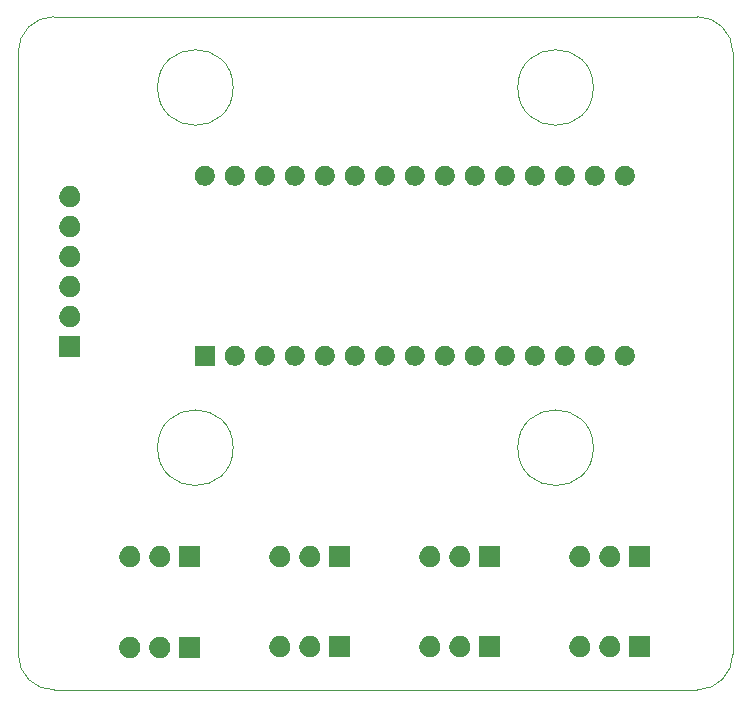
<source format=gbr>
G04 #@! TF.GenerationSoftware,KiCad,Pcbnew,5.1.5+dfsg1-2build2*
G04 #@! TF.CreationDate,2021-01-17T21:09:55-05:00*
G04 #@! TF.ProjectId,Multidrop-Servo-Routing,4d756c74-6964-4726-9f70-2d536572766f,rev?*
G04 #@! TF.SameCoordinates,Original*
G04 #@! TF.FileFunction,Soldermask,Top*
G04 #@! TF.FilePolarity,Negative*
%FSLAX46Y46*%
G04 Gerber Fmt 4.6, Leading zero omitted, Abs format (unit mm)*
G04 Created by KiCad (PCBNEW 5.1.5+dfsg1-2build2) date 2021-01-17 21:09:55*
%MOMM*%
%LPD*%
G04 APERTURE LIST*
G04 #@! TA.AperFunction,Profile*
%ADD10C,0.050000*%
G04 #@! TD*
%ADD11C,0.150000*%
G04 APERTURE END LIST*
D10*
X92500000Y-63500000D02*
G75*
G02X95500000Y-66500000I0J-3000000D01*
G01*
X35000000Y-66500000D02*
G75*
G02X38000000Y-63500000I3000000J0D01*
G01*
X95500000Y-117500000D02*
G75*
G02X92500000Y-120500000I-3000000J0D01*
G01*
X38068062Y-120499228D02*
G75*
G02X35000000Y-117500000I-68062J2999228D01*
G01*
X35000000Y-117500000D02*
X35000000Y-66500000D01*
X92500000Y-120500000D02*
X38068062Y-120499228D01*
X95500000Y-66500000D02*
X95500000Y-117500000D01*
X38000000Y-63500000D02*
X92500000Y-63500000D01*
X53200000Y-69500000D02*
G75*
G03X53200000Y-69500000I-3200000J0D01*
G01*
X83700000Y-69500000D02*
G75*
G03X83700000Y-69500000I-3200000J0D01*
G01*
X83700000Y-100000000D02*
G75*
G03X83700000Y-100000000I-3200000J0D01*
G01*
X53200000Y-100000000D02*
G75*
G03X53200000Y-100000000I-3200000J0D01*
G01*
D11*
G36*
X50431000Y-117811000D02*
G01*
X48629000Y-117811000D01*
X48629000Y-116009000D01*
X50431000Y-116009000D01*
X50431000Y-117811000D01*
G37*
G36*
X44563512Y-116013927D02*
G01*
X44712812Y-116043624D01*
X44876784Y-116111544D01*
X45024354Y-116210147D01*
X45149853Y-116335646D01*
X45248456Y-116483216D01*
X45316376Y-116647188D01*
X45351000Y-116821259D01*
X45351000Y-116998741D01*
X45316376Y-117172812D01*
X45248456Y-117336784D01*
X45149853Y-117484354D01*
X45024354Y-117609853D01*
X44876784Y-117708456D01*
X44712812Y-117776376D01*
X44563512Y-117806073D01*
X44538742Y-117811000D01*
X44361258Y-117811000D01*
X44336488Y-117806073D01*
X44187188Y-117776376D01*
X44023216Y-117708456D01*
X43875646Y-117609853D01*
X43750147Y-117484354D01*
X43651544Y-117336784D01*
X43583624Y-117172812D01*
X43549000Y-116998741D01*
X43549000Y-116821259D01*
X43583624Y-116647188D01*
X43651544Y-116483216D01*
X43750147Y-116335646D01*
X43875646Y-116210147D01*
X44023216Y-116111544D01*
X44187188Y-116043624D01*
X44336488Y-116013927D01*
X44361258Y-116009000D01*
X44538742Y-116009000D01*
X44563512Y-116013927D01*
G37*
G36*
X47103512Y-116013927D02*
G01*
X47252812Y-116043624D01*
X47416784Y-116111544D01*
X47564354Y-116210147D01*
X47689853Y-116335646D01*
X47788456Y-116483216D01*
X47856376Y-116647188D01*
X47891000Y-116821259D01*
X47891000Y-116998741D01*
X47856376Y-117172812D01*
X47788456Y-117336784D01*
X47689853Y-117484354D01*
X47564354Y-117609853D01*
X47416784Y-117708456D01*
X47252812Y-117776376D01*
X47103512Y-117806073D01*
X47078742Y-117811000D01*
X46901258Y-117811000D01*
X46876488Y-117806073D01*
X46727188Y-117776376D01*
X46563216Y-117708456D01*
X46415646Y-117609853D01*
X46290147Y-117484354D01*
X46191544Y-117336784D01*
X46123624Y-117172812D01*
X46089000Y-116998741D01*
X46089000Y-116821259D01*
X46123624Y-116647188D01*
X46191544Y-116483216D01*
X46290147Y-116335646D01*
X46415646Y-116210147D01*
X46563216Y-116111544D01*
X46727188Y-116043624D01*
X46876488Y-116013927D01*
X46901258Y-116009000D01*
X47078742Y-116009000D01*
X47103512Y-116013927D01*
G37*
G36*
X88531000Y-117741000D02*
G01*
X86729000Y-117741000D01*
X86729000Y-115939000D01*
X88531000Y-115939000D01*
X88531000Y-117741000D01*
G37*
G36*
X72503512Y-115943927D02*
G01*
X72652812Y-115973624D01*
X72816784Y-116041544D01*
X72964354Y-116140147D01*
X73089853Y-116265646D01*
X73188456Y-116413216D01*
X73256376Y-116577188D01*
X73291000Y-116751259D01*
X73291000Y-116928741D01*
X73256376Y-117102812D01*
X73188456Y-117266784D01*
X73089853Y-117414354D01*
X72964354Y-117539853D01*
X72816784Y-117638456D01*
X72652812Y-117706376D01*
X72503512Y-117736073D01*
X72478742Y-117741000D01*
X72301258Y-117741000D01*
X72276488Y-117736073D01*
X72127188Y-117706376D01*
X71963216Y-117638456D01*
X71815646Y-117539853D01*
X71690147Y-117414354D01*
X71591544Y-117266784D01*
X71523624Y-117102812D01*
X71489000Y-116928741D01*
X71489000Y-116751259D01*
X71523624Y-116577188D01*
X71591544Y-116413216D01*
X71690147Y-116265646D01*
X71815646Y-116140147D01*
X71963216Y-116041544D01*
X72127188Y-115973624D01*
X72276488Y-115943927D01*
X72301258Y-115939000D01*
X72478742Y-115939000D01*
X72503512Y-115943927D01*
G37*
G36*
X69963512Y-115943927D02*
G01*
X70112812Y-115973624D01*
X70276784Y-116041544D01*
X70424354Y-116140147D01*
X70549853Y-116265646D01*
X70648456Y-116413216D01*
X70716376Y-116577188D01*
X70751000Y-116751259D01*
X70751000Y-116928741D01*
X70716376Y-117102812D01*
X70648456Y-117266784D01*
X70549853Y-117414354D01*
X70424354Y-117539853D01*
X70276784Y-117638456D01*
X70112812Y-117706376D01*
X69963512Y-117736073D01*
X69938742Y-117741000D01*
X69761258Y-117741000D01*
X69736488Y-117736073D01*
X69587188Y-117706376D01*
X69423216Y-117638456D01*
X69275646Y-117539853D01*
X69150147Y-117414354D01*
X69051544Y-117266784D01*
X68983624Y-117102812D01*
X68949000Y-116928741D01*
X68949000Y-116751259D01*
X68983624Y-116577188D01*
X69051544Y-116413216D01*
X69150147Y-116265646D01*
X69275646Y-116140147D01*
X69423216Y-116041544D01*
X69587188Y-115973624D01*
X69736488Y-115943927D01*
X69761258Y-115939000D01*
X69938742Y-115939000D01*
X69963512Y-115943927D01*
G37*
G36*
X85203512Y-115943927D02*
G01*
X85352812Y-115973624D01*
X85516784Y-116041544D01*
X85664354Y-116140147D01*
X85789853Y-116265646D01*
X85888456Y-116413216D01*
X85956376Y-116577188D01*
X85991000Y-116751259D01*
X85991000Y-116928741D01*
X85956376Y-117102812D01*
X85888456Y-117266784D01*
X85789853Y-117414354D01*
X85664354Y-117539853D01*
X85516784Y-117638456D01*
X85352812Y-117706376D01*
X85203512Y-117736073D01*
X85178742Y-117741000D01*
X85001258Y-117741000D01*
X84976488Y-117736073D01*
X84827188Y-117706376D01*
X84663216Y-117638456D01*
X84515646Y-117539853D01*
X84390147Y-117414354D01*
X84291544Y-117266784D01*
X84223624Y-117102812D01*
X84189000Y-116928741D01*
X84189000Y-116751259D01*
X84223624Y-116577188D01*
X84291544Y-116413216D01*
X84390147Y-116265646D01*
X84515646Y-116140147D01*
X84663216Y-116041544D01*
X84827188Y-115973624D01*
X84976488Y-115943927D01*
X85001258Y-115939000D01*
X85178742Y-115939000D01*
X85203512Y-115943927D01*
G37*
G36*
X82663512Y-115943927D02*
G01*
X82812812Y-115973624D01*
X82976784Y-116041544D01*
X83124354Y-116140147D01*
X83249853Y-116265646D01*
X83348456Y-116413216D01*
X83416376Y-116577188D01*
X83451000Y-116751259D01*
X83451000Y-116928741D01*
X83416376Y-117102812D01*
X83348456Y-117266784D01*
X83249853Y-117414354D01*
X83124354Y-117539853D01*
X82976784Y-117638456D01*
X82812812Y-117706376D01*
X82663512Y-117736073D01*
X82638742Y-117741000D01*
X82461258Y-117741000D01*
X82436488Y-117736073D01*
X82287188Y-117706376D01*
X82123216Y-117638456D01*
X81975646Y-117539853D01*
X81850147Y-117414354D01*
X81751544Y-117266784D01*
X81683624Y-117102812D01*
X81649000Y-116928741D01*
X81649000Y-116751259D01*
X81683624Y-116577188D01*
X81751544Y-116413216D01*
X81850147Y-116265646D01*
X81975646Y-116140147D01*
X82123216Y-116041544D01*
X82287188Y-115973624D01*
X82436488Y-115943927D01*
X82461258Y-115939000D01*
X82638742Y-115939000D01*
X82663512Y-115943927D01*
G37*
G36*
X63131000Y-117741000D02*
G01*
X61329000Y-117741000D01*
X61329000Y-115939000D01*
X63131000Y-115939000D01*
X63131000Y-117741000D01*
G37*
G36*
X59803512Y-115943927D02*
G01*
X59952812Y-115973624D01*
X60116784Y-116041544D01*
X60264354Y-116140147D01*
X60389853Y-116265646D01*
X60488456Y-116413216D01*
X60556376Y-116577188D01*
X60591000Y-116751259D01*
X60591000Y-116928741D01*
X60556376Y-117102812D01*
X60488456Y-117266784D01*
X60389853Y-117414354D01*
X60264354Y-117539853D01*
X60116784Y-117638456D01*
X59952812Y-117706376D01*
X59803512Y-117736073D01*
X59778742Y-117741000D01*
X59601258Y-117741000D01*
X59576488Y-117736073D01*
X59427188Y-117706376D01*
X59263216Y-117638456D01*
X59115646Y-117539853D01*
X58990147Y-117414354D01*
X58891544Y-117266784D01*
X58823624Y-117102812D01*
X58789000Y-116928741D01*
X58789000Y-116751259D01*
X58823624Y-116577188D01*
X58891544Y-116413216D01*
X58990147Y-116265646D01*
X59115646Y-116140147D01*
X59263216Y-116041544D01*
X59427188Y-115973624D01*
X59576488Y-115943927D01*
X59601258Y-115939000D01*
X59778742Y-115939000D01*
X59803512Y-115943927D01*
G37*
G36*
X57263512Y-115943927D02*
G01*
X57412812Y-115973624D01*
X57576784Y-116041544D01*
X57724354Y-116140147D01*
X57849853Y-116265646D01*
X57948456Y-116413216D01*
X58016376Y-116577188D01*
X58051000Y-116751259D01*
X58051000Y-116928741D01*
X58016376Y-117102812D01*
X57948456Y-117266784D01*
X57849853Y-117414354D01*
X57724354Y-117539853D01*
X57576784Y-117638456D01*
X57412812Y-117706376D01*
X57263512Y-117736073D01*
X57238742Y-117741000D01*
X57061258Y-117741000D01*
X57036488Y-117736073D01*
X56887188Y-117706376D01*
X56723216Y-117638456D01*
X56575646Y-117539853D01*
X56450147Y-117414354D01*
X56351544Y-117266784D01*
X56283624Y-117102812D01*
X56249000Y-116928741D01*
X56249000Y-116751259D01*
X56283624Y-116577188D01*
X56351544Y-116413216D01*
X56450147Y-116265646D01*
X56575646Y-116140147D01*
X56723216Y-116041544D01*
X56887188Y-115973624D01*
X57036488Y-115943927D01*
X57061258Y-115939000D01*
X57238742Y-115939000D01*
X57263512Y-115943927D01*
G37*
G36*
X75831000Y-117741000D02*
G01*
X74029000Y-117741000D01*
X74029000Y-115939000D01*
X75831000Y-115939000D01*
X75831000Y-117741000D01*
G37*
G36*
X82663512Y-108323927D02*
G01*
X82812812Y-108353624D01*
X82976784Y-108421544D01*
X83124354Y-108520147D01*
X83249853Y-108645646D01*
X83348456Y-108793216D01*
X83416376Y-108957188D01*
X83451000Y-109131259D01*
X83451000Y-109308741D01*
X83416376Y-109482812D01*
X83348456Y-109646784D01*
X83249853Y-109794354D01*
X83124354Y-109919853D01*
X82976784Y-110018456D01*
X82812812Y-110086376D01*
X82663512Y-110116073D01*
X82638742Y-110121000D01*
X82461258Y-110121000D01*
X82436488Y-110116073D01*
X82287188Y-110086376D01*
X82123216Y-110018456D01*
X81975646Y-109919853D01*
X81850147Y-109794354D01*
X81751544Y-109646784D01*
X81683624Y-109482812D01*
X81649000Y-109308741D01*
X81649000Y-109131259D01*
X81683624Y-108957188D01*
X81751544Y-108793216D01*
X81850147Y-108645646D01*
X81975646Y-108520147D01*
X82123216Y-108421544D01*
X82287188Y-108353624D01*
X82436488Y-108323927D01*
X82461258Y-108319000D01*
X82638742Y-108319000D01*
X82663512Y-108323927D01*
G37*
G36*
X57263512Y-108323927D02*
G01*
X57412812Y-108353624D01*
X57576784Y-108421544D01*
X57724354Y-108520147D01*
X57849853Y-108645646D01*
X57948456Y-108793216D01*
X58016376Y-108957188D01*
X58051000Y-109131259D01*
X58051000Y-109308741D01*
X58016376Y-109482812D01*
X57948456Y-109646784D01*
X57849853Y-109794354D01*
X57724354Y-109919853D01*
X57576784Y-110018456D01*
X57412812Y-110086376D01*
X57263512Y-110116073D01*
X57238742Y-110121000D01*
X57061258Y-110121000D01*
X57036488Y-110116073D01*
X56887188Y-110086376D01*
X56723216Y-110018456D01*
X56575646Y-109919853D01*
X56450147Y-109794354D01*
X56351544Y-109646784D01*
X56283624Y-109482812D01*
X56249000Y-109308741D01*
X56249000Y-109131259D01*
X56283624Y-108957188D01*
X56351544Y-108793216D01*
X56450147Y-108645646D01*
X56575646Y-108520147D01*
X56723216Y-108421544D01*
X56887188Y-108353624D01*
X57036488Y-108323927D01*
X57061258Y-108319000D01*
X57238742Y-108319000D01*
X57263512Y-108323927D01*
G37*
G36*
X63131000Y-110121000D02*
G01*
X61329000Y-110121000D01*
X61329000Y-108319000D01*
X63131000Y-108319000D01*
X63131000Y-110121000D01*
G37*
G36*
X75831000Y-110121000D02*
G01*
X74029000Y-110121000D01*
X74029000Y-108319000D01*
X75831000Y-108319000D01*
X75831000Y-110121000D01*
G37*
G36*
X72503512Y-108323927D02*
G01*
X72652812Y-108353624D01*
X72816784Y-108421544D01*
X72964354Y-108520147D01*
X73089853Y-108645646D01*
X73188456Y-108793216D01*
X73256376Y-108957188D01*
X73291000Y-109131259D01*
X73291000Y-109308741D01*
X73256376Y-109482812D01*
X73188456Y-109646784D01*
X73089853Y-109794354D01*
X72964354Y-109919853D01*
X72816784Y-110018456D01*
X72652812Y-110086376D01*
X72503512Y-110116073D01*
X72478742Y-110121000D01*
X72301258Y-110121000D01*
X72276488Y-110116073D01*
X72127188Y-110086376D01*
X71963216Y-110018456D01*
X71815646Y-109919853D01*
X71690147Y-109794354D01*
X71591544Y-109646784D01*
X71523624Y-109482812D01*
X71489000Y-109308741D01*
X71489000Y-109131259D01*
X71523624Y-108957188D01*
X71591544Y-108793216D01*
X71690147Y-108645646D01*
X71815646Y-108520147D01*
X71963216Y-108421544D01*
X72127188Y-108353624D01*
X72276488Y-108323927D01*
X72301258Y-108319000D01*
X72478742Y-108319000D01*
X72503512Y-108323927D01*
G37*
G36*
X69963512Y-108323927D02*
G01*
X70112812Y-108353624D01*
X70276784Y-108421544D01*
X70424354Y-108520147D01*
X70549853Y-108645646D01*
X70648456Y-108793216D01*
X70716376Y-108957188D01*
X70751000Y-109131259D01*
X70751000Y-109308741D01*
X70716376Y-109482812D01*
X70648456Y-109646784D01*
X70549853Y-109794354D01*
X70424354Y-109919853D01*
X70276784Y-110018456D01*
X70112812Y-110086376D01*
X69963512Y-110116073D01*
X69938742Y-110121000D01*
X69761258Y-110121000D01*
X69736488Y-110116073D01*
X69587188Y-110086376D01*
X69423216Y-110018456D01*
X69275646Y-109919853D01*
X69150147Y-109794354D01*
X69051544Y-109646784D01*
X68983624Y-109482812D01*
X68949000Y-109308741D01*
X68949000Y-109131259D01*
X68983624Y-108957188D01*
X69051544Y-108793216D01*
X69150147Y-108645646D01*
X69275646Y-108520147D01*
X69423216Y-108421544D01*
X69587188Y-108353624D01*
X69736488Y-108323927D01*
X69761258Y-108319000D01*
X69938742Y-108319000D01*
X69963512Y-108323927D01*
G37*
G36*
X88531000Y-110121000D02*
G01*
X86729000Y-110121000D01*
X86729000Y-108319000D01*
X88531000Y-108319000D01*
X88531000Y-110121000D01*
G37*
G36*
X85203512Y-108323927D02*
G01*
X85352812Y-108353624D01*
X85516784Y-108421544D01*
X85664354Y-108520147D01*
X85789853Y-108645646D01*
X85888456Y-108793216D01*
X85956376Y-108957188D01*
X85991000Y-109131259D01*
X85991000Y-109308741D01*
X85956376Y-109482812D01*
X85888456Y-109646784D01*
X85789853Y-109794354D01*
X85664354Y-109919853D01*
X85516784Y-110018456D01*
X85352812Y-110086376D01*
X85203512Y-110116073D01*
X85178742Y-110121000D01*
X85001258Y-110121000D01*
X84976488Y-110116073D01*
X84827188Y-110086376D01*
X84663216Y-110018456D01*
X84515646Y-109919853D01*
X84390147Y-109794354D01*
X84291544Y-109646784D01*
X84223624Y-109482812D01*
X84189000Y-109308741D01*
X84189000Y-109131259D01*
X84223624Y-108957188D01*
X84291544Y-108793216D01*
X84390147Y-108645646D01*
X84515646Y-108520147D01*
X84663216Y-108421544D01*
X84827188Y-108353624D01*
X84976488Y-108323927D01*
X85001258Y-108319000D01*
X85178742Y-108319000D01*
X85203512Y-108323927D01*
G37*
G36*
X50431000Y-110121000D02*
G01*
X48629000Y-110121000D01*
X48629000Y-108319000D01*
X50431000Y-108319000D01*
X50431000Y-110121000D01*
G37*
G36*
X47103512Y-108323927D02*
G01*
X47252812Y-108353624D01*
X47416784Y-108421544D01*
X47564354Y-108520147D01*
X47689853Y-108645646D01*
X47788456Y-108793216D01*
X47856376Y-108957188D01*
X47891000Y-109131259D01*
X47891000Y-109308741D01*
X47856376Y-109482812D01*
X47788456Y-109646784D01*
X47689853Y-109794354D01*
X47564354Y-109919853D01*
X47416784Y-110018456D01*
X47252812Y-110086376D01*
X47103512Y-110116073D01*
X47078742Y-110121000D01*
X46901258Y-110121000D01*
X46876488Y-110116073D01*
X46727188Y-110086376D01*
X46563216Y-110018456D01*
X46415646Y-109919853D01*
X46290147Y-109794354D01*
X46191544Y-109646784D01*
X46123624Y-109482812D01*
X46089000Y-109308741D01*
X46089000Y-109131259D01*
X46123624Y-108957188D01*
X46191544Y-108793216D01*
X46290147Y-108645646D01*
X46415646Y-108520147D01*
X46563216Y-108421544D01*
X46727188Y-108353624D01*
X46876488Y-108323927D01*
X46901258Y-108319000D01*
X47078742Y-108319000D01*
X47103512Y-108323927D01*
G37*
G36*
X59803512Y-108323927D02*
G01*
X59952812Y-108353624D01*
X60116784Y-108421544D01*
X60264354Y-108520147D01*
X60389853Y-108645646D01*
X60488456Y-108793216D01*
X60556376Y-108957188D01*
X60591000Y-109131259D01*
X60591000Y-109308741D01*
X60556376Y-109482812D01*
X60488456Y-109646784D01*
X60389853Y-109794354D01*
X60264354Y-109919853D01*
X60116784Y-110018456D01*
X59952812Y-110086376D01*
X59803512Y-110116073D01*
X59778742Y-110121000D01*
X59601258Y-110121000D01*
X59576488Y-110116073D01*
X59427188Y-110086376D01*
X59263216Y-110018456D01*
X59115646Y-109919853D01*
X58990147Y-109794354D01*
X58891544Y-109646784D01*
X58823624Y-109482812D01*
X58789000Y-109308741D01*
X58789000Y-109131259D01*
X58823624Y-108957188D01*
X58891544Y-108793216D01*
X58990147Y-108645646D01*
X59115646Y-108520147D01*
X59263216Y-108421544D01*
X59427188Y-108353624D01*
X59576488Y-108323927D01*
X59601258Y-108319000D01*
X59778742Y-108319000D01*
X59803512Y-108323927D01*
G37*
G36*
X44563512Y-108323927D02*
G01*
X44712812Y-108353624D01*
X44876784Y-108421544D01*
X45024354Y-108520147D01*
X45149853Y-108645646D01*
X45248456Y-108793216D01*
X45316376Y-108957188D01*
X45351000Y-109131259D01*
X45351000Y-109308741D01*
X45316376Y-109482812D01*
X45248456Y-109646784D01*
X45149853Y-109794354D01*
X45024354Y-109919853D01*
X44876784Y-110018456D01*
X44712812Y-110086376D01*
X44563512Y-110116073D01*
X44538742Y-110121000D01*
X44361258Y-110121000D01*
X44336488Y-110116073D01*
X44187188Y-110086376D01*
X44023216Y-110018456D01*
X43875646Y-109919853D01*
X43750147Y-109794354D01*
X43651544Y-109646784D01*
X43583624Y-109482812D01*
X43549000Y-109308741D01*
X43549000Y-109131259D01*
X43583624Y-108957188D01*
X43651544Y-108793216D01*
X43750147Y-108645646D01*
X43875646Y-108520147D01*
X44023216Y-108421544D01*
X44187188Y-108353624D01*
X44336488Y-108323927D01*
X44361258Y-108319000D01*
X44538742Y-108319000D01*
X44563512Y-108323927D01*
G37*
G36*
X73908228Y-91383703D02*
G01*
X74063100Y-91447853D01*
X74202481Y-91540985D01*
X74321015Y-91659519D01*
X74414147Y-91798900D01*
X74478297Y-91953772D01*
X74511000Y-92118184D01*
X74511000Y-92285816D01*
X74478297Y-92450228D01*
X74414147Y-92605100D01*
X74321015Y-92744481D01*
X74202481Y-92863015D01*
X74063100Y-92956147D01*
X73908228Y-93020297D01*
X73743816Y-93053000D01*
X73576184Y-93053000D01*
X73411772Y-93020297D01*
X73256900Y-92956147D01*
X73117519Y-92863015D01*
X72998985Y-92744481D01*
X72905853Y-92605100D01*
X72841703Y-92450228D01*
X72809000Y-92285816D01*
X72809000Y-92118184D01*
X72841703Y-91953772D01*
X72905853Y-91798900D01*
X72998985Y-91659519D01*
X73117519Y-91540985D01*
X73256900Y-91447853D01*
X73411772Y-91383703D01*
X73576184Y-91351000D01*
X73743816Y-91351000D01*
X73908228Y-91383703D01*
G37*
G36*
X53588228Y-91383703D02*
G01*
X53743100Y-91447853D01*
X53882481Y-91540985D01*
X54001015Y-91659519D01*
X54094147Y-91798900D01*
X54158297Y-91953772D01*
X54191000Y-92118184D01*
X54191000Y-92285816D01*
X54158297Y-92450228D01*
X54094147Y-92605100D01*
X54001015Y-92744481D01*
X53882481Y-92863015D01*
X53743100Y-92956147D01*
X53588228Y-93020297D01*
X53423816Y-93053000D01*
X53256184Y-93053000D01*
X53091772Y-93020297D01*
X52936900Y-92956147D01*
X52797519Y-92863015D01*
X52678985Y-92744481D01*
X52585853Y-92605100D01*
X52521703Y-92450228D01*
X52489000Y-92285816D01*
X52489000Y-92118184D01*
X52521703Y-91953772D01*
X52585853Y-91798900D01*
X52678985Y-91659519D01*
X52797519Y-91540985D01*
X52936900Y-91447853D01*
X53091772Y-91383703D01*
X53256184Y-91351000D01*
X53423816Y-91351000D01*
X53588228Y-91383703D01*
G37*
G36*
X56128228Y-91383703D02*
G01*
X56283100Y-91447853D01*
X56422481Y-91540985D01*
X56541015Y-91659519D01*
X56634147Y-91798900D01*
X56698297Y-91953772D01*
X56731000Y-92118184D01*
X56731000Y-92285816D01*
X56698297Y-92450228D01*
X56634147Y-92605100D01*
X56541015Y-92744481D01*
X56422481Y-92863015D01*
X56283100Y-92956147D01*
X56128228Y-93020297D01*
X55963816Y-93053000D01*
X55796184Y-93053000D01*
X55631772Y-93020297D01*
X55476900Y-92956147D01*
X55337519Y-92863015D01*
X55218985Y-92744481D01*
X55125853Y-92605100D01*
X55061703Y-92450228D01*
X55029000Y-92285816D01*
X55029000Y-92118184D01*
X55061703Y-91953772D01*
X55125853Y-91798900D01*
X55218985Y-91659519D01*
X55337519Y-91540985D01*
X55476900Y-91447853D01*
X55631772Y-91383703D01*
X55796184Y-91351000D01*
X55963816Y-91351000D01*
X56128228Y-91383703D01*
G37*
G36*
X58668228Y-91383703D02*
G01*
X58823100Y-91447853D01*
X58962481Y-91540985D01*
X59081015Y-91659519D01*
X59174147Y-91798900D01*
X59238297Y-91953772D01*
X59271000Y-92118184D01*
X59271000Y-92285816D01*
X59238297Y-92450228D01*
X59174147Y-92605100D01*
X59081015Y-92744481D01*
X58962481Y-92863015D01*
X58823100Y-92956147D01*
X58668228Y-93020297D01*
X58503816Y-93053000D01*
X58336184Y-93053000D01*
X58171772Y-93020297D01*
X58016900Y-92956147D01*
X57877519Y-92863015D01*
X57758985Y-92744481D01*
X57665853Y-92605100D01*
X57601703Y-92450228D01*
X57569000Y-92285816D01*
X57569000Y-92118184D01*
X57601703Y-91953772D01*
X57665853Y-91798900D01*
X57758985Y-91659519D01*
X57877519Y-91540985D01*
X58016900Y-91447853D01*
X58171772Y-91383703D01*
X58336184Y-91351000D01*
X58503816Y-91351000D01*
X58668228Y-91383703D01*
G37*
G36*
X61208228Y-91383703D02*
G01*
X61363100Y-91447853D01*
X61502481Y-91540985D01*
X61621015Y-91659519D01*
X61714147Y-91798900D01*
X61778297Y-91953772D01*
X61811000Y-92118184D01*
X61811000Y-92285816D01*
X61778297Y-92450228D01*
X61714147Y-92605100D01*
X61621015Y-92744481D01*
X61502481Y-92863015D01*
X61363100Y-92956147D01*
X61208228Y-93020297D01*
X61043816Y-93053000D01*
X60876184Y-93053000D01*
X60711772Y-93020297D01*
X60556900Y-92956147D01*
X60417519Y-92863015D01*
X60298985Y-92744481D01*
X60205853Y-92605100D01*
X60141703Y-92450228D01*
X60109000Y-92285816D01*
X60109000Y-92118184D01*
X60141703Y-91953772D01*
X60205853Y-91798900D01*
X60298985Y-91659519D01*
X60417519Y-91540985D01*
X60556900Y-91447853D01*
X60711772Y-91383703D01*
X60876184Y-91351000D01*
X61043816Y-91351000D01*
X61208228Y-91383703D01*
G37*
G36*
X63748228Y-91383703D02*
G01*
X63903100Y-91447853D01*
X64042481Y-91540985D01*
X64161015Y-91659519D01*
X64254147Y-91798900D01*
X64318297Y-91953772D01*
X64351000Y-92118184D01*
X64351000Y-92285816D01*
X64318297Y-92450228D01*
X64254147Y-92605100D01*
X64161015Y-92744481D01*
X64042481Y-92863015D01*
X63903100Y-92956147D01*
X63748228Y-93020297D01*
X63583816Y-93053000D01*
X63416184Y-93053000D01*
X63251772Y-93020297D01*
X63096900Y-92956147D01*
X62957519Y-92863015D01*
X62838985Y-92744481D01*
X62745853Y-92605100D01*
X62681703Y-92450228D01*
X62649000Y-92285816D01*
X62649000Y-92118184D01*
X62681703Y-91953772D01*
X62745853Y-91798900D01*
X62838985Y-91659519D01*
X62957519Y-91540985D01*
X63096900Y-91447853D01*
X63251772Y-91383703D01*
X63416184Y-91351000D01*
X63583816Y-91351000D01*
X63748228Y-91383703D01*
G37*
G36*
X66288228Y-91383703D02*
G01*
X66443100Y-91447853D01*
X66582481Y-91540985D01*
X66701015Y-91659519D01*
X66794147Y-91798900D01*
X66858297Y-91953772D01*
X66891000Y-92118184D01*
X66891000Y-92285816D01*
X66858297Y-92450228D01*
X66794147Y-92605100D01*
X66701015Y-92744481D01*
X66582481Y-92863015D01*
X66443100Y-92956147D01*
X66288228Y-93020297D01*
X66123816Y-93053000D01*
X65956184Y-93053000D01*
X65791772Y-93020297D01*
X65636900Y-92956147D01*
X65497519Y-92863015D01*
X65378985Y-92744481D01*
X65285853Y-92605100D01*
X65221703Y-92450228D01*
X65189000Y-92285816D01*
X65189000Y-92118184D01*
X65221703Y-91953772D01*
X65285853Y-91798900D01*
X65378985Y-91659519D01*
X65497519Y-91540985D01*
X65636900Y-91447853D01*
X65791772Y-91383703D01*
X65956184Y-91351000D01*
X66123816Y-91351000D01*
X66288228Y-91383703D01*
G37*
G36*
X68828228Y-91383703D02*
G01*
X68983100Y-91447853D01*
X69122481Y-91540985D01*
X69241015Y-91659519D01*
X69334147Y-91798900D01*
X69398297Y-91953772D01*
X69431000Y-92118184D01*
X69431000Y-92285816D01*
X69398297Y-92450228D01*
X69334147Y-92605100D01*
X69241015Y-92744481D01*
X69122481Y-92863015D01*
X68983100Y-92956147D01*
X68828228Y-93020297D01*
X68663816Y-93053000D01*
X68496184Y-93053000D01*
X68331772Y-93020297D01*
X68176900Y-92956147D01*
X68037519Y-92863015D01*
X67918985Y-92744481D01*
X67825853Y-92605100D01*
X67761703Y-92450228D01*
X67729000Y-92285816D01*
X67729000Y-92118184D01*
X67761703Y-91953772D01*
X67825853Y-91798900D01*
X67918985Y-91659519D01*
X68037519Y-91540985D01*
X68176900Y-91447853D01*
X68331772Y-91383703D01*
X68496184Y-91351000D01*
X68663816Y-91351000D01*
X68828228Y-91383703D01*
G37*
G36*
X76448228Y-91383703D02*
G01*
X76603100Y-91447853D01*
X76742481Y-91540985D01*
X76861015Y-91659519D01*
X76954147Y-91798900D01*
X77018297Y-91953772D01*
X77051000Y-92118184D01*
X77051000Y-92285816D01*
X77018297Y-92450228D01*
X76954147Y-92605100D01*
X76861015Y-92744481D01*
X76742481Y-92863015D01*
X76603100Y-92956147D01*
X76448228Y-93020297D01*
X76283816Y-93053000D01*
X76116184Y-93053000D01*
X75951772Y-93020297D01*
X75796900Y-92956147D01*
X75657519Y-92863015D01*
X75538985Y-92744481D01*
X75445853Y-92605100D01*
X75381703Y-92450228D01*
X75349000Y-92285816D01*
X75349000Y-92118184D01*
X75381703Y-91953772D01*
X75445853Y-91798900D01*
X75538985Y-91659519D01*
X75657519Y-91540985D01*
X75796900Y-91447853D01*
X75951772Y-91383703D01*
X76116184Y-91351000D01*
X76283816Y-91351000D01*
X76448228Y-91383703D01*
G37*
G36*
X51651000Y-93053000D02*
G01*
X49949000Y-93053000D01*
X49949000Y-91351000D01*
X51651000Y-91351000D01*
X51651000Y-93053000D01*
G37*
G36*
X81528228Y-91383703D02*
G01*
X81683100Y-91447853D01*
X81822481Y-91540985D01*
X81941015Y-91659519D01*
X82034147Y-91798900D01*
X82098297Y-91953772D01*
X82131000Y-92118184D01*
X82131000Y-92285816D01*
X82098297Y-92450228D01*
X82034147Y-92605100D01*
X81941015Y-92744481D01*
X81822481Y-92863015D01*
X81683100Y-92956147D01*
X81528228Y-93020297D01*
X81363816Y-93053000D01*
X81196184Y-93053000D01*
X81031772Y-93020297D01*
X80876900Y-92956147D01*
X80737519Y-92863015D01*
X80618985Y-92744481D01*
X80525853Y-92605100D01*
X80461703Y-92450228D01*
X80429000Y-92285816D01*
X80429000Y-92118184D01*
X80461703Y-91953772D01*
X80525853Y-91798900D01*
X80618985Y-91659519D01*
X80737519Y-91540985D01*
X80876900Y-91447853D01*
X81031772Y-91383703D01*
X81196184Y-91351000D01*
X81363816Y-91351000D01*
X81528228Y-91383703D01*
G37*
G36*
X84068228Y-91383703D02*
G01*
X84223100Y-91447853D01*
X84362481Y-91540985D01*
X84481015Y-91659519D01*
X84574147Y-91798900D01*
X84638297Y-91953772D01*
X84671000Y-92118184D01*
X84671000Y-92285816D01*
X84638297Y-92450228D01*
X84574147Y-92605100D01*
X84481015Y-92744481D01*
X84362481Y-92863015D01*
X84223100Y-92956147D01*
X84068228Y-93020297D01*
X83903816Y-93053000D01*
X83736184Y-93053000D01*
X83571772Y-93020297D01*
X83416900Y-92956147D01*
X83277519Y-92863015D01*
X83158985Y-92744481D01*
X83065853Y-92605100D01*
X83001703Y-92450228D01*
X82969000Y-92285816D01*
X82969000Y-92118184D01*
X83001703Y-91953772D01*
X83065853Y-91798900D01*
X83158985Y-91659519D01*
X83277519Y-91540985D01*
X83416900Y-91447853D01*
X83571772Y-91383703D01*
X83736184Y-91351000D01*
X83903816Y-91351000D01*
X84068228Y-91383703D01*
G37*
G36*
X86608228Y-91383703D02*
G01*
X86763100Y-91447853D01*
X86902481Y-91540985D01*
X87021015Y-91659519D01*
X87114147Y-91798900D01*
X87178297Y-91953772D01*
X87211000Y-92118184D01*
X87211000Y-92285816D01*
X87178297Y-92450228D01*
X87114147Y-92605100D01*
X87021015Y-92744481D01*
X86902481Y-92863015D01*
X86763100Y-92956147D01*
X86608228Y-93020297D01*
X86443816Y-93053000D01*
X86276184Y-93053000D01*
X86111772Y-93020297D01*
X85956900Y-92956147D01*
X85817519Y-92863015D01*
X85698985Y-92744481D01*
X85605853Y-92605100D01*
X85541703Y-92450228D01*
X85509000Y-92285816D01*
X85509000Y-92118184D01*
X85541703Y-91953772D01*
X85605853Y-91798900D01*
X85698985Y-91659519D01*
X85817519Y-91540985D01*
X85956900Y-91447853D01*
X86111772Y-91383703D01*
X86276184Y-91351000D01*
X86443816Y-91351000D01*
X86608228Y-91383703D01*
G37*
G36*
X78988228Y-91383703D02*
G01*
X79143100Y-91447853D01*
X79282481Y-91540985D01*
X79401015Y-91659519D01*
X79494147Y-91798900D01*
X79558297Y-91953772D01*
X79591000Y-92118184D01*
X79591000Y-92285816D01*
X79558297Y-92450228D01*
X79494147Y-92605100D01*
X79401015Y-92744481D01*
X79282481Y-92863015D01*
X79143100Y-92956147D01*
X78988228Y-93020297D01*
X78823816Y-93053000D01*
X78656184Y-93053000D01*
X78491772Y-93020297D01*
X78336900Y-92956147D01*
X78197519Y-92863015D01*
X78078985Y-92744481D01*
X77985853Y-92605100D01*
X77921703Y-92450228D01*
X77889000Y-92285816D01*
X77889000Y-92118184D01*
X77921703Y-91953772D01*
X77985853Y-91798900D01*
X78078985Y-91659519D01*
X78197519Y-91540985D01*
X78336900Y-91447853D01*
X78491772Y-91383703D01*
X78656184Y-91351000D01*
X78823816Y-91351000D01*
X78988228Y-91383703D01*
G37*
G36*
X71368228Y-91383703D02*
G01*
X71523100Y-91447853D01*
X71662481Y-91540985D01*
X71781015Y-91659519D01*
X71874147Y-91798900D01*
X71938297Y-91953772D01*
X71971000Y-92118184D01*
X71971000Y-92285816D01*
X71938297Y-92450228D01*
X71874147Y-92605100D01*
X71781015Y-92744481D01*
X71662481Y-92863015D01*
X71523100Y-92956147D01*
X71368228Y-93020297D01*
X71203816Y-93053000D01*
X71036184Y-93053000D01*
X70871772Y-93020297D01*
X70716900Y-92956147D01*
X70577519Y-92863015D01*
X70458985Y-92744481D01*
X70365853Y-92605100D01*
X70301703Y-92450228D01*
X70269000Y-92285816D01*
X70269000Y-92118184D01*
X70301703Y-91953772D01*
X70365853Y-91798900D01*
X70458985Y-91659519D01*
X70577519Y-91540985D01*
X70716900Y-91447853D01*
X70871772Y-91383703D01*
X71036184Y-91351000D01*
X71203816Y-91351000D01*
X71368228Y-91383703D01*
G37*
G36*
X40271000Y-92341000D02*
G01*
X38469000Y-92341000D01*
X38469000Y-90539000D01*
X40271000Y-90539000D01*
X40271000Y-92341000D01*
G37*
G36*
X39483512Y-88003927D02*
G01*
X39632812Y-88033624D01*
X39796784Y-88101544D01*
X39944354Y-88200147D01*
X40069853Y-88325646D01*
X40168456Y-88473216D01*
X40236376Y-88637188D01*
X40271000Y-88811259D01*
X40271000Y-88988741D01*
X40236376Y-89162812D01*
X40168456Y-89326784D01*
X40069853Y-89474354D01*
X39944354Y-89599853D01*
X39796784Y-89698456D01*
X39632812Y-89766376D01*
X39483512Y-89796073D01*
X39458742Y-89801000D01*
X39281258Y-89801000D01*
X39256488Y-89796073D01*
X39107188Y-89766376D01*
X38943216Y-89698456D01*
X38795646Y-89599853D01*
X38670147Y-89474354D01*
X38571544Y-89326784D01*
X38503624Y-89162812D01*
X38469000Y-88988741D01*
X38469000Y-88811259D01*
X38503624Y-88637188D01*
X38571544Y-88473216D01*
X38670147Y-88325646D01*
X38795646Y-88200147D01*
X38943216Y-88101544D01*
X39107188Y-88033624D01*
X39256488Y-88003927D01*
X39281258Y-87999000D01*
X39458742Y-87999000D01*
X39483512Y-88003927D01*
G37*
G36*
X39483512Y-85463927D02*
G01*
X39632812Y-85493624D01*
X39796784Y-85561544D01*
X39944354Y-85660147D01*
X40069853Y-85785646D01*
X40168456Y-85933216D01*
X40236376Y-86097188D01*
X40271000Y-86271259D01*
X40271000Y-86448741D01*
X40236376Y-86622812D01*
X40168456Y-86786784D01*
X40069853Y-86934354D01*
X39944354Y-87059853D01*
X39796784Y-87158456D01*
X39632812Y-87226376D01*
X39483512Y-87256073D01*
X39458742Y-87261000D01*
X39281258Y-87261000D01*
X39256488Y-87256073D01*
X39107188Y-87226376D01*
X38943216Y-87158456D01*
X38795646Y-87059853D01*
X38670147Y-86934354D01*
X38571544Y-86786784D01*
X38503624Y-86622812D01*
X38469000Y-86448741D01*
X38469000Y-86271259D01*
X38503624Y-86097188D01*
X38571544Y-85933216D01*
X38670147Y-85785646D01*
X38795646Y-85660147D01*
X38943216Y-85561544D01*
X39107188Y-85493624D01*
X39256488Y-85463927D01*
X39281258Y-85459000D01*
X39458742Y-85459000D01*
X39483512Y-85463927D01*
G37*
G36*
X39483512Y-82923927D02*
G01*
X39632812Y-82953624D01*
X39796784Y-83021544D01*
X39944354Y-83120147D01*
X40069853Y-83245646D01*
X40168456Y-83393216D01*
X40236376Y-83557188D01*
X40271000Y-83731259D01*
X40271000Y-83908741D01*
X40236376Y-84082812D01*
X40168456Y-84246784D01*
X40069853Y-84394354D01*
X39944354Y-84519853D01*
X39796784Y-84618456D01*
X39632812Y-84686376D01*
X39483512Y-84716073D01*
X39458742Y-84721000D01*
X39281258Y-84721000D01*
X39256488Y-84716073D01*
X39107188Y-84686376D01*
X38943216Y-84618456D01*
X38795646Y-84519853D01*
X38670147Y-84394354D01*
X38571544Y-84246784D01*
X38503624Y-84082812D01*
X38469000Y-83908741D01*
X38469000Y-83731259D01*
X38503624Y-83557188D01*
X38571544Y-83393216D01*
X38670147Y-83245646D01*
X38795646Y-83120147D01*
X38943216Y-83021544D01*
X39107188Y-82953624D01*
X39256488Y-82923927D01*
X39281258Y-82919000D01*
X39458742Y-82919000D01*
X39483512Y-82923927D01*
G37*
G36*
X39483512Y-80383927D02*
G01*
X39632812Y-80413624D01*
X39796784Y-80481544D01*
X39944354Y-80580147D01*
X40069853Y-80705646D01*
X40168456Y-80853216D01*
X40236376Y-81017188D01*
X40271000Y-81191259D01*
X40271000Y-81368741D01*
X40236376Y-81542812D01*
X40168456Y-81706784D01*
X40069853Y-81854354D01*
X39944354Y-81979853D01*
X39796784Y-82078456D01*
X39632812Y-82146376D01*
X39483512Y-82176073D01*
X39458742Y-82181000D01*
X39281258Y-82181000D01*
X39256488Y-82176073D01*
X39107188Y-82146376D01*
X38943216Y-82078456D01*
X38795646Y-81979853D01*
X38670147Y-81854354D01*
X38571544Y-81706784D01*
X38503624Y-81542812D01*
X38469000Y-81368741D01*
X38469000Y-81191259D01*
X38503624Y-81017188D01*
X38571544Y-80853216D01*
X38670147Y-80705646D01*
X38795646Y-80580147D01*
X38943216Y-80481544D01*
X39107188Y-80413624D01*
X39256488Y-80383927D01*
X39281258Y-80379000D01*
X39458742Y-80379000D01*
X39483512Y-80383927D01*
G37*
G36*
X39483512Y-77843927D02*
G01*
X39632812Y-77873624D01*
X39796784Y-77941544D01*
X39944354Y-78040147D01*
X40069853Y-78165646D01*
X40168456Y-78313216D01*
X40236376Y-78477188D01*
X40271000Y-78651259D01*
X40271000Y-78828741D01*
X40236376Y-79002812D01*
X40168456Y-79166784D01*
X40069853Y-79314354D01*
X39944354Y-79439853D01*
X39796784Y-79538456D01*
X39632812Y-79606376D01*
X39483512Y-79636073D01*
X39458742Y-79641000D01*
X39281258Y-79641000D01*
X39256488Y-79636073D01*
X39107188Y-79606376D01*
X38943216Y-79538456D01*
X38795646Y-79439853D01*
X38670147Y-79314354D01*
X38571544Y-79166784D01*
X38503624Y-79002812D01*
X38469000Y-78828741D01*
X38469000Y-78651259D01*
X38503624Y-78477188D01*
X38571544Y-78313216D01*
X38670147Y-78165646D01*
X38795646Y-78040147D01*
X38943216Y-77941544D01*
X39107188Y-77873624D01*
X39256488Y-77843927D01*
X39281258Y-77839000D01*
X39458742Y-77839000D01*
X39483512Y-77843927D01*
G37*
G36*
X61208228Y-76143703D02*
G01*
X61363100Y-76207853D01*
X61502481Y-76300985D01*
X61621015Y-76419519D01*
X61714147Y-76558900D01*
X61778297Y-76713772D01*
X61811000Y-76878184D01*
X61811000Y-77045816D01*
X61778297Y-77210228D01*
X61714147Y-77365100D01*
X61621015Y-77504481D01*
X61502481Y-77623015D01*
X61363100Y-77716147D01*
X61208228Y-77780297D01*
X61043816Y-77813000D01*
X60876184Y-77813000D01*
X60711772Y-77780297D01*
X60556900Y-77716147D01*
X60417519Y-77623015D01*
X60298985Y-77504481D01*
X60205853Y-77365100D01*
X60141703Y-77210228D01*
X60109000Y-77045816D01*
X60109000Y-76878184D01*
X60141703Y-76713772D01*
X60205853Y-76558900D01*
X60298985Y-76419519D01*
X60417519Y-76300985D01*
X60556900Y-76207853D01*
X60711772Y-76143703D01*
X60876184Y-76111000D01*
X61043816Y-76111000D01*
X61208228Y-76143703D01*
G37*
G36*
X58668228Y-76143703D02*
G01*
X58823100Y-76207853D01*
X58962481Y-76300985D01*
X59081015Y-76419519D01*
X59174147Y-76558900D01*
X59238297Y-76713772D01*
X59271000Y-76878184D01*
X59271000Y-77045816D01*
X59238297Y-77210228D01*
X59174147Y-77365100D01*
X59081015Y-77504481D01*
X58962481Y-77623015D01*
X58823100Y-77716147D01*
X58668228Y-77780297D01*
X58503816Y-77813000D01*
X58336184Y-77813000D01*
X58171772Y-77780297D01*
X58016900Y-77716147D01*
X57877519Y-77623015D01*
X57758985Y-77504481D01*
X57665853Y-77365100D01*
X57601703Y-77210228D01*
X57569000Y-77045816D01*
X57569000Y-76878184D01*
X57601703Y-76713772D01*
X57665853Y-76558900D01*
X57758985Y-76419519D01*
X57877519Y-76300985D01*
X58016900Y-76207853D01*
X58171772Y-76143703D01*
X58336184Y-76111000D01*
X58503816Y-76111000D01*
X58668228Y-76143703D01*
G37*
G36*
X56128228Y-76143703D02*
G01*
X56283100Y-76207853D01*
X56422481Y-76300985D01*
X56541015Y-76419519D01*
X56634147Y-76558900D01*
X56698297Y-76713772D01*
X56731000Y-76878184D01*
X56731000Y-77045816D01*
X56698297Y-77210228D01*
X56634147Y-77365100D01*
X56541015Y-77504481D01*
X56422481Y-77623015D01*
X56283100Y-77716147D01*
X56128228Y-77780297D01*
X55963816Y-77813000D01*
X55796184Y-77813000D01*
X55631772Y-77780297D01*
X55476900Y-77716147D01*
X55337519Y-77623015D01*
X55218985Y-77504481D01*
X55125853Y-77365100D01*
X55061703Y-77210228D01*
X55029000Y-77045816D01*
X55029000Y-76878184D01*
X55061703Y-76713772D01*
X55125853Y-76558900D01*
X55218985Y-76419519D01*
X55337519Y-76300985D01*
X55476900Y-76207853D01*
X55631772Y-76143703D01*
X55796184Y-76111000D01*
X55963816Y-76111000D01*
X56128228Y-76143703D01*
G37*
G36*
X53588228Y-76143703D02*
G01*
X53743100Y-76207853D01*
X53882481Y-76300985D01*
X54001015Y-76419519D01*
X54094147Y-76558900D01*
X54158297Y-76713772D01*
X54191000Y-76878184D01*
X54191000Y-77045816D01*
X54158297Y-77210228D01*
X54094147Y-77365100D01*
X54001015Y-77504481D01*
X53882481Y-77623015D01*
X53743100Y-77716147D01*
X53588228Y-77780297D01*
X53423816Y-77813000D01*
X53256184Y-77813000D01*
X53091772Y-77780297D01*
X52936900Y-77716147D01*
X52797519Y-77623015D01*
X52678985Y-77504481D01*
X52585853Y-77365100D01*
X52521703Y-77210228D01*
X52489000Y-77045816D01*
X52489000Y-76878184D01*
X52521703Y-76713772D01*
X52585853Y-76558900D01*
X52678985Y-76419519D01*
X52797519Y-76300985D01*
X52936900Y-76207853D01*
X53091772Y-76143703D01*
X53256184Y-76111000D01*
X53423816Y-76111000D01*
X53588228Y-76143703D01*
G37*
G36*
X51048228Y-76143703D02*
G01*
X51203100Y-76207853D01*
X51342481Y-76300985D01*
X51461015Y-76419519D01*
X51554147Y-76558900D01*
X51618297Y-76713772D01*
X51651000Y-76878184D01*
X51651000Y-77045816D01*
X51618297Y-77210228D01*
X51554147Y-77365100D01*
X51461015Y-77504481D01*
X51342481Y-77623015D01*
X51203100Y-77716147D01*
X51048228Y-77780297D01*
X50883816Y-77813000D01*
X50716184Y-77813000D01*
X50551772Y-77780297D01*
X50396900Y-77716147D01*
X50257519Y-77623015D01*
X50138985Y-77504481D01*
X50045853Y-77365100D01*
X49981703Y-77210228D01*
X49949000Y-77045816D01*
X49949000Y-76878184D01*
X49981703Y-76713772D01*
X50045853Y-76558900D01*
X50138985Y-76419519D01*
X50257519Y-76300985D01*
X50396900Y-76207853D01*
X50551772Y-76143703D01*
X50716184Y-76111000D01*
X50883816Y-76111000D01*
X51048228Y-76143703D01*
G37*
G36*
X81528228Y-76143703D02*
G01*
X81683100Y-76207853D01*
X81822481Y-76300985D01*
X81941015Y-76419519D01*
X82034147Y-76558900D01*
X82098297Y-76713772D01*
X82131000Y-76878184D01*
X82131000Y-77045816D01*
X82098297Y-77210228D01*
X82034147Y-77365100D01*
X81941015Y-77504481D01*
X81822481Y-77623015D01*
X81683100Y-77716147D01*
X81528228Y-77780297D01*
X81363816Y-77813000D01*
X81196184Y-77813000D01*
X81031772Y-77780297D01*
X80876900Y-77716147D01*
X80737519Y-77623015D01*
X80618985Y-77504481D01*
X80525853Y-77365100D01*
X80461703Y-77210228D01*
X80429000Y-77045816D01*
X80429000Y-76878184D01*
X80461703Y-76713772D01*
X80525853Y-76558900D01*
X80618985Y-76419519D01*
X80737519Y-76300985D01*
X80876900Y-76207853D01*
X81031772Y-76143703D01*
X81196184Y-76111000D01*
X81363816Y-76111000D01*
X81528228Y-76143703D01*
G37*
G36*
X78988228Y-76143703D02*
G01*
X79143100Y-76207853D01*
X79282481Y-76300985D01*
X79401015Y-76419519D01*
X79494147Y-76558900D01*
X79558297Y-76713772D01*
X79591000Y-76878184D01*
X79591000Y-77045816D01*
X79558297Y-77210228D01*
X79494147Y-77365100D01*
X79401015Y-77504481D01*
X79282481Y-77623015D01*
X79143100Y-77716147D01*
X78988228Y-77780297D01*
X78823816Y-77813000D01*
X78656184Y-77813000D01*
X78491772Y-77780297D01*
X78336900Y-77716147D01*
X78197519Y-77623015D01*
X78078985Y-77504481D01*
X77985853Y-77365100D01*
X77921703Y-77210228D01*
X77889000Y-77045816D01*
X77889000Y-76878184D01*
X77921703Y-76713772D01*
X77985853Y-76558900D01*
X78078985Y-76419519D01*
X78197519Y-76300985D01*
X78336900Y-76207853D01*
X78491772Y-76143703D01*
X78656184Y-76111000D01*
X78823816Y-76111000D01*
X78988228Y-76143703D01*
G37*
G36*
X76448228Y-76143703D02*
G01*
X76603100Y-76207853D01*
X76742481Y-76300985D01*
X76861015Y-76419519D01*
X76954147Y-76558900D01*
X77018297Y-76713772D01*
X77051000Y-76878184D01*
X77051000Y-77045816D01*
X77018297Y-77210228D01*
X76954147Y-77365100D01*
X76861015Y-77504481D01*
X76742481Y-77623015D01*
X76603100Y-77716147D01*
X76448228Y-77780297D01*
X76283816Y-77813000D01*
X76116184Y-77813000D01*
X75951772Y-77780297D01*
X75796900Y-77716147D01*
X75657519Y-77623015D01*
X75538985Y-77504481D01*
X75445853Y-77365100D01*
X75381703Y-77210228D01*
X75349000Y-77045816D01*
X75349000Y-76878184D01*
X75381703Y-76713772D01*
X75445853Y-76558900D01*
X75538985Y-76419519D01*
X75657519Y-76300985D01*
X75796900Y-76207853D01*
X75951772Y-76143703D01*
X76116184Y-76111000D01*
X76283816Y-76111000D01*
X76448228Y-76143703D01*
G37*
G36*
X73908228Y-76143703D02*
G01*
X74063100Y-76207853D01*
X74202481Y-76300985D01*
X74321015Y-76419519D01*
X74414147Y-76558900D01*
X74478297Y-76713772D01*
X74511000Y-76878184D01*
X74511000Y-77045816D01*
X74478297Y-77210228D01*
X74414147Y-77365100D01*
X74321015Y-77504481D01*
X74202481Y-77623015D01*
X74063100Y-77716147D01*
X73908228Y-77780297D01*
X73743816Y-77813000D01*
X73576184Y-77813000D01*
X73411772Y-77780297D01*
X73256900Y-77716147D01*
X73117519Y-77623015D01*
X72998985Y-77504481D01*
X72905853Y-77365100D01*
X72841703Y-77210228D01*
X72809000Y-77045816D01*
X72809000Y-76878184D01*
X72841703Y-76713772D01*
X72905853Y-76558900D01*
X72998985Y-76419519D01*
X73117519Y-76300985D01*
X73256900Y-76207853D01*
X73411772Y-76143703D01*
X73576184Y-76111000D01*
X73743816Y-76111000D01*
X73908228Y-76143703D01*
G37*
G36*
X71368228Y-76143703D02*
G01*
X71523100Y-76207853D01*
X71662481Y-76300985D01*
X71781015Y-76419519D01*
X71874147Y-76558900D01*
X71938297Y-76713772D01*
X71971000Y-76878184D01*
X71971000Y-77045816D01*
X71938297Y-77210228D01*
X71874147Y-77365100D01*
X71781015Y-77504481D01*
X71662481Y-77623015D01*
X71523100Y-77716147D01*
X71368228Y-77780297D01*
X71203816Y-77813000D01*
X71036184Y-77813000D01*
X70871772Y-77780297D01*
X70716900Y-77716147D01*
X70577519Y-77623015D01*
X70458985Y-77504481D01*
X70365853Y-77365100D01*
X70301703Y-77210228D01*
X70269000Y-77045816D01*
X70269000Y-76878184D01*
X70301703Y-76713772D01*
X70365853Y-76558900D01*
X70458985Y-76419519D01*
X70577519Y-76300985D01*
X70716900Y-76207853D01*
X70871772Y-76143703D01*
X71036184Y-76111000D01*
X71203816Y-76111000D01*
X71368228Y-76143703D01*
G37*
G36*
X68828228Y-76143703D02*
G01*
X68983100Y-76207853D01*
X69122481Y-76300985D01*
X69241015Y-76419519D01*
X69334147Y-76558900D01*
X69398297Y-76713772D01*
X69431000Y-76878184D01*
X69431000Y-77045816D01*
X69398297Y-77210228D01*
X69334147Y-77365100D01*
X69241015Y-77504481D01*
X69122481Y-77623015D01*
X68983100Y-77716147D01*
X68828228Y-77780297D01*
X68663816Y-77813000D01*
X68496184Y-77813000D01*
X68331772Y-77780297D01*
X68176900Y-77716147D01*
X68037519Y-77623015D01*
X67918985Y-77504481D01*
X67825853Y-77365100D01*
X67761703Y-77210228D01*
X67729000Y-77045816D01*
X67729000Y-76878184D01*
X67761703Y-76713772D01*
X67825853Y-76558900D01*
X67918985Y-76419519D01*
X68037519Y-76300985D01*
X68176900Y-76207853D01*
X68331772Y-76143703D01*
X68496184Y-76111000D01*
X68663816Y-76111000D01*
X68828228Y-76143703D01*
G37*
G36*
X66288228Y-76143703D02*
G01*
X66443100Y-76207853D01*
X66582481Y-76300985D01*
X66701015Y-76419519D01*
X66794147Y-76558900D01*
X66858297Y-76713772D01*
X66891000Y-76878184D01*
X66891000Y-77045816D01*
X66858297Y-77210228D01*
X66794147Y-77365100D01*
X66701015Y-77504481D01*
X66582481Y-77623015D01*
X66443100Y-77716147D01*
X66288228Y-77780297D01*
X66123816Y-77813000D01*
X65956184Y-77813000D01*
X65791772Y-77780297D01*
X65636900Y-77716147D01*
X65497519Y-77623015D01*
X65378985Y-77504481D01*
X65285853Y-77365100D01*
X65221703Y-77210228D01*
X65189000Y-77045816D01*
X65189000Y-76878184D01*
X65221703Y-76713772D01*
X65285853Y-76558900D01*
X65378985Y-76419519D01*
X65497519Y-76300985D01*
X65636900Y-76207853D01*
X65791772Y-76143703D01*
X65956184Y-76111000D01*
X66123816Y-76111000D01*
X66288228Y-76143703D01*
G37*
G36*
X86608228Y-76143703D02*
G01*
X86763100Y-76207853D01*
X86902481Y-76300985D01*
X87021015Y-76419519D01*
X87114147Y-76558900D01*
X87178297Y-76713772D01*
X87211000Y-76878184D01*
X87211000Y-77045816D01*
X87178297Y-77210228D01*
X87114147Y-77365100D01*
X87021015Y-77504481D01*
X86902481Y-77623015D01*
X86763100Y-77716147D01*
X86608228Y-77780297D01*
X86443816Y-77813000D01*
X86276184Y-77813000D01*
X86111772Y-77780297D01*
X85956900Y-77716147D01*
X85817519Y-77623015D01*
X85698985Y-77504481D01*
X85605853Y-77365100D01*
X85541703Y-77210228D01*
X85509000Y-77045816D01*
X85509000Y-76878184D01*
X85541703Y-76713772D01*
X85605853Y-76558900D01*
X85698985Y-76419519D01*
X85817519Y-76300985D01*
X85956900Y-76207853D01*
X86111772Y-76143703D01*
X86276184Y-76111000D01*
X86443816Y-76111000D01*
X86608228Y-76143703D01*
G37*
G36*
X84068228Y-76143703D02*
G01*
X84223100Y-76207853D01*
X84362481Y-76300985D01*
X84481015Y-76419519D01*
X84574147Y-76558900D01*
X84638297Y-76713772D01*
X84671000Y-76878184D01*
X84671000Y-77045816D01*
X84638297Y-77210228D01*
X84574147Y-77365100D01*
X84481015Y-77504481D01*
X84362481Y-77623015D01*
X84223100Y-77716147D01*
X84068228Y-77780297D01*
X83903816Y-77813000D01*
X83736184Y-77813000D01*
X83571772Y-77780297D01*
X83416900Y-77716147D01*
X83277519Y-77623015D01*
X83158985Y-77504481D01*
X83065853Y-77365100D01*
X83001703Y-77210228D01*
X82969000Y-77045816D01*
X82969000Y-76878184D01*
X83001703Y-76713772D01*
X83065853Y-76558900D01*
X83158985Y-76419519D01*
X83277519Y-76300985D01*
X83416900Y-76207853D01*
X83571772Y-76143703D01*
X83736184Y-76111000D01*
X83903816Y-76111000D01*
X84068228Y-76143703D01*
G37*
G36*
X63748228Y-76143703D02*
G01*
X63903100Y-76207853D01*
X64042481Y-76300985D01*
X64161015Y-76419519D01*
X64254147Y-76558900D01*
X64318297Y-76713772D01*
X64351000Y-76878184D01*
X64351000Y-77045816D01*
X64318297Y-77210228D01*
X64254147Y-77365100D01*
X64161015Y-77504481D01*
X64042481Y-77623015D01*
X63903100Y-77716147D01*
X63748228Y-77780297D01*
X63583816Y-77813000D01*
X63416184Y-77813000D01*
X63251772Y-77780297D01*
X63096900Y-77716147D01*
X62957519Y-77623015D01*
X62838985Y-77504481D01*
X62745853Y-77365100D01*
X62681703Y-77210228D01*
X62649000Y-77045816D01*
X62649000Y-76878184D01*
X62681703Y-76713772D01*
X62745853Y-76558900D01*
X62838985Y-76419519D01*
X62957519Y-76300985D01*
X63096900Y-76207853D01*
X63251772Y-76143703D01*
X63416184Y-76111000D01*
X63583816Y-76111000D01*
X63748228Y-76143703D01*
G37*
M02*

</source>
